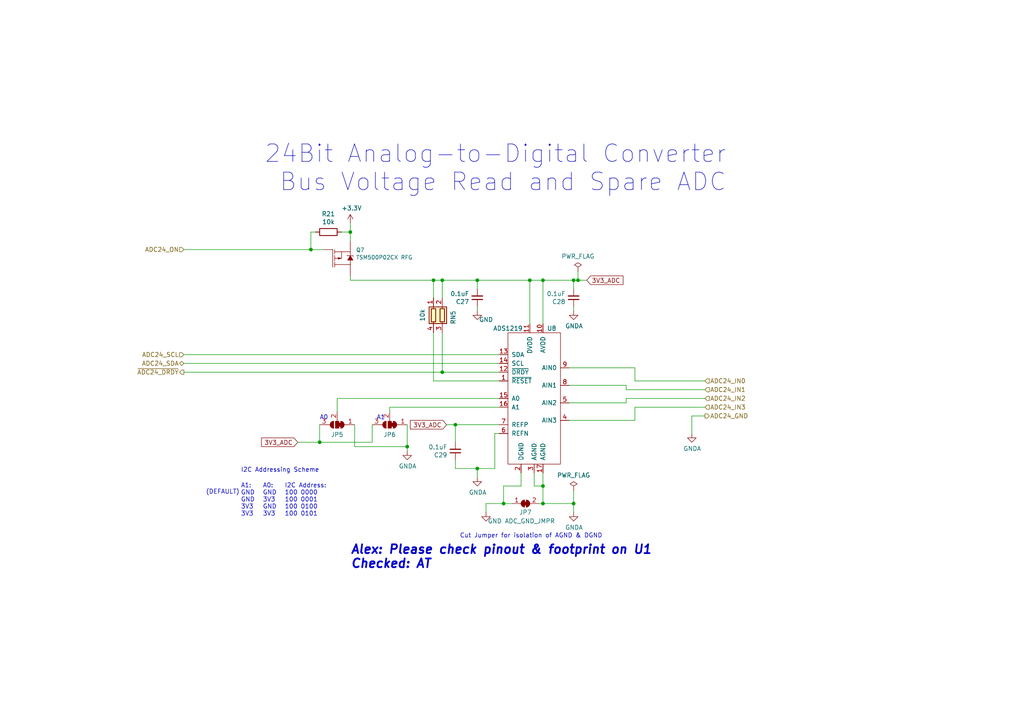
<source format=kicad_sch>
(kicad_sch (version 20230121) (generator eeschema)
  (paper "A4")
  (title_block (title "LCP Controller ") (date "2024-07-22") (rev "0.4") (company "NOAA Pacific Marine Environmental Laboratory") (comment 1 "https://github.com/PaulZC/Artemis_Global_Tracker") (comment 2 "Based on Paul Clark's Sparkfun Artemis Global Tracker") (comment 3 "Current Design Updated by: Joseph Kurina") (comment 4 "Current design by: Matt Casari") (comment 5 "Current design modified by: Basharat Martin") (comment 6 "Current Design Updated by: Joseph Kurina"))
  (lib_symbols
    (symbol "Device:C_Small" (pin_numbers hide) (pin_names (offset 0.254) hide)
      (property "Reference" "C" (at 0.254 1.778 0))
      (property "Value" "C_Small" (at 0.254 -2.032 0))
      (symbol "C_Small_0_1"
        (polyline (pts (xy -1.524 -0.508) (xy 1.524 -0.508)) (stroke (width 0.3302)))
        (polyline (pts (xy -1.524 0.508) (xy 1.524 0.508)) (stroke (width 0.3048)))
      )
      (symbol "C_Small_1_1"
        (pin passive line (at 0 2.54 270) (length 2.032) (name "~") (number "1"))
        (pin passive line (at 0 -2.54 90) (length 2.032) (name "~") (number "2"))
      )
    )
    (symbol "Device:R" (pin_numbers hide) (pin_names (offset 0))
      (property "Reference" "R" (at 2.032 0 90))
      (property "Value" "R" (at 0 0 90))
      (symbol "R_0_1"
        (rectangle (start -1.016 -2.54) (end 1.016 2.54) (stroke (width 0.254)))
      )
      (symbol "R_1_1"
        (pin passive line (at 0 3.81 270) (length 1.27) (name "~") (number "1"))
        (pin passive line (at 0 -3.81 90) (length 1.27) (name "~") (number "2"))
      )
    )
    (symbol "Device:R_Pack02" (pin_names (offset 0) hide)
      (property "Reference" "RN" (at -5.08 0 90))
      (property "Value" "R_Pack02" (at 2.54 0 90))
      (symbol "R_Pack02_0_1"
        (rectangle (start -3.81 -2.413) (end 1.27 2.413) (stroke (width 0.254)) (fill (type background)))
        (rectangle (start -3.175 1.905) (end -1.905 -1.905) (stroke (width 0.254)))
        (rectangle (start -0.635 1.905) (end 0.635 -1.905) (stroke (width 0.254)))
        (polyline (pts (xy -2.54 -2.54) (xy -2.54 -1.905)))
        (polyline (pts (xy -2.54 1.905) (xy -2.54 2.54)))
        (polyline (pts (xy 0 -2.54) (xy 0 -1.905)))
        (polyline (pts (xy 0 1.905) (xy 0 2.54)))
      )
      (symbol "R_Pack02_1_1"
        (pin passive line (at -2.54 -5.08 90) (length 2.54) (name "R1.1") (number "1"))
        (pin passive line (at 0 -5.08 90) (length 2.54) (name "R2.1") (number "2"))
        (pin passive line (at 0 5.08 270) (length 2.54) (name "R2.2") (number "3"))
        (pin passive line (at -2.54 5.08 270) (length 2.54) (name "R1.2") (number "4"))
      )
    )
    (symbol "Jumper:SolderJumper_2_Bridged" (pin_names (offset 0) hide)
      (property "Reference" "JP" (at 0 2.032 0))
      (property "Value" "SolderJumper_2_Bridged" (at 0 -2.54 0))
      (symbol "SolderJumper_2_Bridged_0_1"
        (rectangle (start -0.508 0.508) (end 0.508 -0.508) (fill (type outline)))
        (arc (start -0.254 1.016) (mid -1.2656 0) (end -0.254 -1.016))
        (arc (start -0.254 1.016) (mid -1.2656 0) (end -0.254 -1.016) (fill (type outline)))
        (polyline (pts (xy -0.254 1.016) (xy -0.254 -1.016)))
        (polyline (pts (xy 0.254 1.016) (xy 0.254 -1.016)))
        (arc (start 0.254 -1.016) (mid 1.2656 0) (end 0.254 1.016))
        (arc (start 0.254 -1.016) (mid 1.2656 0) (end 0.254 1.016) (fill (type outline)))
      )
      (symbol "SolderJumper_2_Bridged_1_1"
        (pin passive line (at -3.81 0 0) (length 2.54) (name "A") (number "1"))
        (pin passive line (at 3.81 0 180) (length 2.54) (name "B") (number "2"))
      )
    )
    (symbol "Jumper:SolderJumper_3_Bridged12" (pin_names (offset 0) hide)
      (property "Reference" "JP" (at -2.54 -2.54 0))
      (property "Value" "SolderJumper_3_Bridged12" (at 0 2.794 0))
      (symbol "SolderJumper_3_Bridged12_0_1"
        (rectangle (start -1.016 0.508) (end -0.508 -0.508) (fill (type outline)))
        (arc (start -1.016 1.016) (mid -2.0276 0) (end -1.016 -1.016))
        (arc (start -1.016 1.016) (mid -2.0276 0) (end -1.016 -1.016) (fill (type outline)))
        (rectangle (start -0.508 1.016) (end 0.508 -1.016) (fill (type outline)))
        (polyline (pts (xy -2.54 0) (xy -2.032 0)))
        (polyline (pts (xy -1.016 1.016) (xy -1.016 -1.016)))
        (polyline (pts (xy 0 -1.27) (xy 0 -1.016)))
        (polyline (pts (xy 1.016 1.016) (xy 1.016 -1.016)))
        (polyline (pts (xy 2.54 0) (xy 2.032 0)))
        (arc (start 1.016 -1.016) (mid 2.0276 0) (end 1.016 1.016))
        (arc (start 1.016 -1.016) (mid 2.0276 0) (end 1.016 1.016) (fill (type outline)))
      )
      (symbol "SolderJumper_3_Bridged12_1_1"
        (pin passive line (at -5.08 0 0) (length 2.54) (name "A") (number "1"))
        (pin passive line (at 0 -3.81 90) (length 2.54) (name "C") (number "2"))
        (pin passive line (at 5.08 0 180) (length 2.54) (name "B") (number "3"))
      )
    )
    (symbol "PMEL_ADC:ADS1219" (pin_names (offset 1.016))
      (property "Reference" "U" (at 5.08 19.05 0))
      (property "Value" "ADS1219" (at 7.62 -21.59 0))
      (symbol "ADS1219_0_0"
        (pin input line (at -10.16 3.81 0) (length 2.54) (name "~{RESET}") (number "1"))
        (pin power_in line (at 2.54 20.32 270) (length 2.54) (name "AVDD") (number "10"))
        (pin power_in line (at -1.27 20.32 270) (length 2.54) (name "DVDD") (number "11"))
        (pin open_collector line (at -10.16 6.35 0) (length 2.54) (name "~{DRDY}") (number "12"))
        (pin bidirectional line (at -10.16 11.43 0) (length 2.54) (name "SDA") (number "13"))
        (pin input line (at -10.16 8.89 0) (length 2.54) (name "SCL") (number "14"))
        (pin passive line (at -10.16 -1.27 0) (length 2.54) (name "A0") (number "15"))
        (pin passive line (at -10.16 -3.81 0) (length 2.54) (name "A1") (number "16"))
        (pin power_in line (at 2.54 -22.86 90) (length 2.54) (name "AGND") (number "17"))
        (pin power_in line (at -3.81 -22.86 90) (length 2.54) (name "DGND") (number "2"))
        (pin power_in line (at 0 -22.86 90) (length 2.54) (name "AGND") (number "3"))
        (pin input line (at 10.16 -7.62 180) (length 2.54) (name "AIN3") (number "4"))
        (pin input line (at 10.16 -2.54 180) (length 2.54) (name "AIN2") (number "5"))
        (pin power_in line (at -10.16 -11.43 0) (length 2.54) (name "REFN") (number "6"))
        (pin power_in line (at -10.16 -8.89 0) (length 2.54) (name "REFP") (number "7"))
        (pin input line (at 10.16 2.54 180) (length 2.54) (name "AIN1") (number "8"))
        (pin input line (at 10.16 7.62 180) (length 2.54) (name "AIN0") (number "9"))
      )
      (symbol "ADS1219_0_1"
        (rectangle (start -7.62 17.78) (end 7.62 -20.32))
      )
    )
    (symbol "SparkFun-DiscreteSemi:MOSFET_PCH-DMG2307L" (pin_numbers hide) (pin_names (offset 1.016) hide)
      (property "Reference" "Q" (at 3.81 3.81 0))
      (property "Value" "MOSFET_PCH-DMG2307L" (at 3.81 -5.08 0))
      (property "Field4" "TRANS-11308" (at 0 7.62 0))
      (symbol "MOSFET_PCH-DMG2307L_1_0"
        (polyline (pts (xy -2.54 -2.54) (xy -2.54 2.54)))
        (polyline (pts (xy -1.9812 -1.905) (xy -1.9812 -2.54)))
        (polyline (pts (xy -1.9812 -1.905) (xy 0 -1.905)))
        (polyline (pts (xy -1.9812 -1.2954) (xy -1.9812 -1.905)))
        (polyline (pts (xy -1.9812 0) (xy -1.9812 -0.8382)))
        (polyline (pts (xy -1.9812 0.6858) (xy -1.9812 0)))
        (polyline (pts (xy -1.9812 1.8034) (xy -1.9812 1.0922)))
        (polyline (pts (xy -1.9812 1.8034) (xy 2.54 1.8034)))
        (polyline (pts (xy -1.9812 2.54) (xy -1.9812 1.8034)))
        (polyline (pts (xy 0 -1.905) (xy 0 0)))
        (polyline (pts (xy 0 0) (xy -1.9812 0)))
        (polyline (pts (xy 1.778 -0.762) (xy 1.6002 -0.9398)))
        (polyline (pts (xy 1.778 -0.762) (xy 3.302 -0.762)))
        (polyline (pts (xy 2.54 -2.54) (xy 2.54 -1.905)))
        (polyline (pts (xy 2.54 -1.905) (xy 0 -1.905)))
        (polyline (pts (xy 2.54 -1.905) (xy 2.54 -0.7874)))
        (polyline (pts (xy 2.54 1.8034) (xy 2.54 0.5842)))
        (polyline (pts (xy 2.54 2.54) (xy 2.54 1.8034)))
        (polyline (pts (xy 3.4798 -0.5842) (xy 3.302 -0.762)))
      )
      (symbol "MOSFET_PCH-DMG2307L_1_1"
        (polyline (pts (xy -0.1778 0) (xy -0.9398 -0.254) (xy -0.9398 -0.254) (xy -0.9398 0.254) (xy -0.9398 0.254) (xy -0.1778 0)) (fill (type outline)))
        (polyline (pts (xy 3.302 0.508) (xy 2.54 -0.762) (xy 2.54 -0.762) (xy 1.778 0.508) (xy 1.778 0.508) (xy 3.302 0.508)) (fill (type outline)))
        (pin bidirectional line (at -5.08 -2.54 0) (length 2.54) (name "G") (number "1"))
        (pin bidirectional line (at 2.54 -5.08 90) (length 2.54) (name "S") (number "2"))
        (pin bidirectional line (at 2.54 5.08 270) (length 2.54) (name "D") (number "3"))
      )
    )
    (symbol "power:+3.3V" (power) (pin_names (offset 0))
      (property "Value" "+3.3V" (at 0 3.556 0))
      (symbol "+3.3V_0_1"
        (polyline (pts (xy -0.762 1.27) (xy 0 2.54)))
        (polyline (pts (xy 0 0) (xy 0 2.54)))
        (polyline (pts (xy 0 2.54) (xy 0.762 1.27)))
      )
      (symbol "+3.3V_1_1"
        (pin power_in line (at 0 0 90) (length 0) hide (name "+3.3V") (number "1"))
      )
    )
    (symbol "power:GND" (power) (pin_names (offset 0))
      (property "Value" "GND" (at 0 -3.81 0))
      (symbol "GND_0_1"
        (polyline (pts (xy 0 0) (xy 0 -1.27) (xy 1.27 -1.27) (xy 0 -2.54) (xy -1.27 -1.27) (xy 0 -1.27)))
      )
      (symbol "GND_1_1"
        (pin power_in line (at 0 0 270) (length 0) hide (name "GND") (number "1"))
      )
    )
    (symbol "power:GNDA" (power) (pin_names (offset 0))
      (property "Value" "GNDA" (at 0 -3.81 0))
      (symbol "GNDA_0_1"
        (polyline (pts (xy 0 0) (xy 0 -1.27) (xy 1.27 -1.27) (xy 0 -2.54) (xy -1.27 -1.27) (xy 0 -1.27)))
      )
      (symbol "GNDA_1_1"
        (pin power_in line (at 0 0 270) (length 0) hide (name "GNDA") (number "1"))
      )
    )
    (symbol "power:PWR_FLAG" (power) (pin_numbers hide) (pin_names (offset 0) hide)
      (property "Value" "PWR_FLAG" (at 0 3.81 0))
      (symbol "PWR_FLAG_0_0"
        (pin power_out line (at 0 0 90) (length 0) (name "pwr") (number "1"))
      )
      (symbol "PWR_FLAG_0_1"
        (polyline (pts (xy 0 0) (xy 0 1.27) (xy -1.016 1.905) (xy 0 2.54) (xy 1.016 1.905) (xy 0 1.27)))
      )
    )
  )
  (junction (at 90.17 72.39))
  (junction (at 101.6 67.31))
  (junction (at 157.48 81.28))
  (junction (at 125.73 81.28))
  (junction (at 166.37 146.05))
  (junction (at 92.71 128.27))
  (junction (at 167.64 81.28))
  (junction (at 166.37 81.28))
  (junction (at 157.48 140.97))
  (junction (at 138.43 81.28))
  (junction (at 157.48 146.05))
  (junction (at 146.05 146.05))
  (junction (at 128.27 81.28))
  (junction (at 128.27 107.95))
  (junction (at 118.11 129.54))
  (junction (at 132.08 123.19))
  (junction (at 138.43 135.89))
  (junction (at 153.67 81.28))
  (wire (pts (xy 132.08 123.19) (xy 144.78 123.19)))
  (wire (pts (xy 181.61 113.03) (xy 181.61 111.76)))
  (wire (pts (xy 128.27 81.28) (xy 138.43 81.28)))
  (wire (pts (xy 166.37 90.17) (xy 166.37 88.9)))
  (wire (pts (xy 99.06 67.31) (xy 101.6 67.31)))
  (wire (pts (xy 146.05 146.05) (xy 140.97 146.05)))
  (wire (pts (xy 102.87 129.54) (xy 118.11 129.54)))
  (wire (pts (xy 184.15 110.49) (xy 204.47 110.49)))
  (wire (pts (xy 166.37 142.24) (xy 166.37 146.05)))
  (wire (pts (xy 143.51 125.73) (xy 143.51 135.89)))
  (wire (pts (xy 157.48 146.05) (xy 157.48 140.97)))
  (wire (pts (xy 157.48 140.97) (xy 157.48 137.16)))
  (wire (pts (xy 184.15 121.92) (xy 184.15 118.11)))
  (wire (pts (xy 166.37 146.05) (xy 166.37 148.59)))
  (wire (pts (xy 113.03 119.38) (xy 113.03 118.11)))
  (wire (pts (xy 165.1 121.92) (xy 184.15 121.92)))
  (wire (pts (xy 204.47 120.65) (xy 200.66 120.65)))
  (wire (pts (xy 101.6 67.31) (xy 101.6 69.85)))
  (wire (pts (xy 53.34 72.39) (xy 90.17 72.39)))
  (wire (pts (xy 151.13 140.97) (xy 146.05 140.97)))
  (wire (pts (xy 128.27 107.95) (xy 144.78 107.95)))
  (wire (pts (xy 156.21 146.05) (xy 157.48 146.05)))
  (wire (pts (xy 138.43 135.89) (xy 138.43 138.43)))
  (wire (pts (xy 128.27 81.28) (xy 128.27 86.36)))
  (wire (pts (xy 125.73 81.28) (xy 128.27 81.28)))
  (wire (pts (xy 138.43 81.28) (xy 153.67 81.28)))
  (wire (pts (xy 113.03 118.11) (xy 144.78 118.11)))
  (wire (pts (xy 101.6 81.28) (xy 125.73 81.28)))
  (wire (pts (xy 97.79 115.57) (xy 97.79 119.38)))
  (wire (pts (xy 107.95 128.27) (xy 107.95 123.19)))
  (wire (pts (xy 146.05 140.97) (xy 146.05 146.05)))
  (wire (pts (xy 86.36 128.27) (xy 92.71 128.27)))
  (wire (pts (xy 157.48 81.28) (xy 166.37 81.28)))
  (wire (pts (xy 181.61 116.84) (xy 181.61 115.57)))
  (wire (pts (xy 167.64 81.28) (xy 170.18 81.28)))
  (wire (pts (xy 101.6 81.28) (xy 101.6 80.01)))
  (wire (pts (xy 153.67 81.28) (xy 157.48 81.28)))
  (wire (pts (xy 184.15 106.68) (xy 184.15 110.49)))
  (wire (pts (xy 157.48 93.98) (xy 157.48 81.28)))
  (wire (pts (xy 146.05 146.05) (xy 148.59 146.05)))
  (wire (pts (xy 140.97 146.05) (xy 140.97 148.59)))
  (wire (pts (xy 125.73 96.52) (xy 125.73 110.49)))
  (wire (pts (xy 53.34 102.87) (xy 144.78 102.87)))
  (wire (pts (xy 90.17 67.31) (xy 91.44 67.31)))
  (wire (pts (xy 153.67 93.98) (xy 153.67 81.28)))
  (wire (pts (xy 128.27 96.52) (xy 128.27 107.95)))
  (wire (pts (xy 92.71 128.27) (xy 107.95 128.27)))
  (wire (pts (xy 165.1 116.84) (xy 181.61 116.84)))
  (wire (pts (xy 92.71 123.19) (xy 92.71 128.27)))
  (wire (pts (xy 165.1 106.68) (xy 184.15 106.68)))
  (wire (pts (xy 138.43 88.9) (xy 138.43 90.17)))
  (wire (pts (xy 118.11 129.54) (xy 118.11 123.19)))
  (wire (pts (xy 200.66 120.65) (xy 200.66 125.73)))
  (wire (pts (xy 138.43 135.89) (xy 143.51 135.89)))
  (wire (pts (xy 166.37 81.28) (xy 167.64 81.28)))
  (wire (pts (xy 101.6 64.77) (xy 101.6 67.31)))
  (wire (pts (xy 181.61 111.76) (xy 165.1 111.76)))
  (wire (pts (xy 181.61 113.03) (xy 204.47 113.03)))
  (wire (pts (xy 93.98 72.39) (xy 90.17 72.39)))
  (wire (pts (xy 154.94 140.97) (xy 157.48 140.97)))
  (wire (pts (xy 102.87 123.19) (xy 102.87 129.54)))
  (wire (pts (xy 132.08 135.89) (xy 138.43 135.89)))
  (wire (pts (xy 118.11 130.81) (xy 118.11 129.54)))
  (wire (pts (xy 144.78 115.57) (xy 97.79 115.57)))
  (wire (pts (xy 144.78 125.73) (xy 143.51 125.73)))
  (wire (pts (xy 167.64 78.74) (xy 167.64 81.28)))
  (wire (pts (xy 181.61 115.57) (xy 204.47 115.57)))
  (wire (pts (xy 53.34 107.95) (xy 128.27 107.95)))
  (wire (pts (xy 125.73 110.49) (xy 144.78 110.49)))
  (wire (pts (xy 125.73 86.36) (xy 125.73 81.28)))
  (wire (pts (xy 53.34 105.41) (xy 144.78 105.41)))
  (wire (pts (xy 90.17 72.39) (xy 90.17 67.31)))
  (wire (pts (xy 151.13 137.16) (xy 151.13 140.97)))
  (wire (pts (xy 154.94 137.16) (xy 154.94 140.97)))
  (wire (pts (xy 132.08 123.19) (xy 132.08 128.27)))
  (wire (pts (xy 132.08 133.35) (xy 132.08 135.89)))
  (wire (pts (xy 129.54 123.19) (xy 132.08 123.19)))
  (wire (pts (xy 166.37 83.82) (xy 166.37 81.28)))
  (wire (pts (xy 184.15 118.11) (xy 204.47 118.11)))
  (wire (pts (xy 157.48 146.05) (xy 166.37 146.05)))
  (wire (pts (xy 138.43 81.28) (xy 138.43 83.82)))
  (text "24Bit Analog-to-Digital Converter\nBus Voltage Read and Spare ADC" (at 210.82 55.88 0) (effects (font (size 5.08 5.08)) (justify right bottom)))
  (text "Alex: Please check pinout & footprint on U1\nChecked: AT\n" (at 101.6 165.1 0) (effects (font (size 2.54 2.54) (thickness 0.508) bold italic) (justify left bottom)))
  (text "A0" (at 92.71 121.92 0) (effects (font (size 1.27 1.27)) (justify left bottom)))
  (text "A1:\nGND\nGND\n3V3\n3V3" (at 69.85 149.86 0) (effects (font (size 1.27 1.27)) (justify left bottom)))
  (text "A0:\nGND\n3V3\nGND\n3V3" (at 76.2 149.86 0) (effects (font (size 1.27 1.27)) (justify left bottom)))
  (text "I2C Addressing Scheme" (at 69.85 137.16 0) (effects (font (size 1.27 1.27)) (justify left bottom)))
  (text "(DEFAULT)" (at 59.69 143.51 0) (effects (font (size 1.27 1.27)) (justify left bottom)))
  (text "I2C Address:\n100 0000\n100 0001\n100 0100\n100 0101" (at 82.55 149.86 0) (effects (font (size 1.27 1.27)) (justify left bottom)))
  (text "A1" (at 109.22 121.92 0) (effects (font (size 1.27 1.27)) (justify left bottom)))
  (text "Cut Jumper for isolation of AGND & DGND" (at 133.35 156.21 0) (effects (font (size 1.27 1.27)) (justify left bottom)))
  (global_label "3V3_ADC" (shape input) (at 86.36 128.27 180) (property "Intersheetrefs" "${INTERSHEET_REFS}" (effects hide)))
  (global_label "3V3_ADC" (shape input) (at 129.54 123.19 180) (property "Intersheetrefs" "${INTERSHEET_REFS}" (effects hide)))
  (global_label "3V3_ADC" (shape input) (at 170.18 81.28 0) (property "Intersheetrefs" "${INTERSHEET_REFS}" (effects hide)))
  (hierarchical_label "ADC24_SCL" (shape input) (at 53.34 102.87 180))
  (hierarchical_label "ADC24_ON" (shape input) (at 53.34 72.39 180))
  (hierarchical_label "ADC24_GND" (shape output) (at 204.47 120.65 0))
  (hierarchical_label "ADC24_IN1" (shape input) (at 204.47 113.03 0))
  (hierarchical_label "~{ADC24_DRDY}" (shape output) (at 53.34 107.95 180))
  (hierarchical_label "ADC24_IN0" (shape input) (at 204.47 110.49 0))
  (hierarchical_label "ADC24_SDA" (shape bidirectional) (at 53.34 105.41 180))
  (hierarchical_label "ADC24_IN3" (shape input) (at 204.47 118.11 0))
  (hierarchical_label "ADC24_IN2" (shape input) (at 204.47 115.57 0))
  (symbol (lib_id "PMEL_ADC:ADS1219") (at 154.94 114.3 0) (unit 1)
    (property "Reference" "U8" (at 160.02 95.25 0))
    (property "Value" "ADS1219" (at 147.32 95.25 0))
    (property "Footprint" "Package_DFN_QFN:TQFN-16-1EP_3x3mm_P0.5mm_EP1.23x1.23mm" (effects hide))
    (property "Datasheet" "https://www.ti.com/lit/ds/symlink/ads1219.pdf?ts=1591017919738" (effects hide))
    (property "MPN" "ADS1219IRTET" (effects hide))
  )
  (symbol (lib_id "Jumper:SolderJumper_2_Bridged") (at 152.4 146.05 0) (unit 1)
    (property "Reference" "JP7" (at 152.4 148.59 0))
    (property "Value" "ADC_GND_JMPR" (at 153.67 151.13 0))
    (property "Footprint" "Jumper:SolderJumper-2_P1.3mm_Bridged_RoundedPad1.0x1.5mm" (effects hide))
  )
  (symbol (lib_id "power:GND") (at 140.97 148.59 0) (unit 1)
    (property "Reference" "#PWR067" (effects hide))
    (property "Value" "GND" (at 143.51 151.13 0))
  )
  (symbol (lib_id "power:GNDA") (at 166.37 148.59 0) (unit 1)
    (property "Reference" "#PWR068" (effects hide))
    (property "Value" "GNDA" (at 166.497 152.9842 0))
  )
  (symbol (lib_id "Device:C_Small") (at 138.43 86.36 180) (unit 1)
    (property "Reference" "C27" (at 136.0932 87.5284 0) (effects (justify left)))
    (property "Value" "0.1uF" (at 136.0932 85.217 0) (effects (justify left)))
    (property "Footprint" "Capacitor_SMD:C_0805_2012Metric" (effects hide))
    (property "MPN" "885012207016" (effects hide))
  )
  (symbol (lib_id "Device:C_Small") (at 166.37 86.36 180) (unit 1)
    (property "Reference" "C28" (at 164.0332 87.5284 0) (effects (justify left)))
    (property "Value" "0.1uF" (at 164.0332 85.217 0) (effects (justify left)))
    (property "Footprint" "Capacitor_SMD:C_0805_2012Metric" (effects hide))
    (property "MPN" "885012207016" (effects hide))
  )
  (symbol (lib_id "power:GND") (at 138.43 90.17 0) (unit 1)
    (property "Reference" "#PWR062" (effects hide))
    (property "Value" "GND" (at 140.97 92.71 0))
  )
  (symbol (lib_id "power:GNDA") (at 166.37 90.17 0) (unit 1)
    (property "Reference" "#PWR063" (effects hide))
    (property "Value" "GNDA" (at 166.497 94.5642 0))
  )
  (symbol (lib_id "power:GNDA") (at 138.43 138.43 0) (unit 1)
    (property "Reference" "#PWR066" (effects hide))
    (property "Value" "GNDA" (at 138.557 142.8242 0))
  )
  (symbol (lib_id "Device:C_Small") (at 132.08 130.81 180) (unit 1)
    (property "Reference" "C29" (at 129.7432 131.9784 0) (effects (justify left)))
    (property "Value" "0.1uF" (at 129.7432 129.667 0) (effects (justify left)))
    (property "Footprint" "Capacitor_SMD:C_0805_2012Metric" (effects hide))
    (property "MPN" "885012207016" (effects hide))
  )
  (symbol (lib_id "SparkFun-DiscreteSemi:MOSFET_PCH-DMG2307L") (at 99.06 74.93 0) (mirror x) (unit 1)
    (property "Reference" "Q7" (at 103.251 72.517 0) (effects (font (size 1.143 1.143)) (justify left)))
    (property "Value" "TSM500P02CX RFG " (at 103.251 74.6506 0) (effects (font (size 1.143 1.143)) (justify left)))
    (property "Footprint" "Package_TO_SOT_SMD:SOT-23" (effects hide))
    (property "Datasheet" "https://www.mouser.com/datasheet/2/395/TSM500P02CX_B1811-1918968.pdf" (effects hide))
    (property "MPN" "TSM500P02CX RFG " (effects hide))
    (property "Field4" "TRANS-11308" (effects hide))
  )
  (symbol (lib_id "power:+3.3V") (at 101.6 64.77 0) (unit 1)
    (property "Reference" "#PWR061" (effects hide))
    (property "Value" "+3.3V" (at 101.981 60.3758 0))
  )
  (symbol (lib_id "Device:R") (at 95.25 67.31 270) (unit 1)
    (property "Reference" "R21" (at 95.25 62.0522 90))
    (property "Value" "10k" (at 95.25 64.3636 90))
    (property "Footprint" "Resistor_SMD:R_0805_2012Metric" (effects hide))
    (property "MPN" "ERA-6AEB103V" (effects hide))
  )
  (symbol (lib_id "Jumper:SolderJumper_3_Bridged12") (at 97.79 123.19 180) (unit 1)
    (property "Reference" "JP5" (at 97.79 126.0602 0))
    (property "Value" "SolderJumper_3_Bridged12" (effects hide))
    (property "Footprint" "Jumper:SolderJumper-3_P1.3mm_Bridged12_RoundedPad1.0x1.5mm_NumberLabels" (effects hide))
  )
  (symbol (lib_id "Jumper:SolderJumper_3_Bridged12") (at 113.03 123.19 180) (unit 1)
    (property "Reference" "JP6" (at 113.03 126.0602 0))
    (property "Value" "SolderJumper_3_Bridged12" (effects hide))
    (property "Footprint" "Jumper:SolderJumper-3_P1.3mm_Bridged12_RoundedPad1.0x1.5mm_NumberLabels" (effects hide))
  )
  (symbol (lib_id "power:GNDA") (at 118.11 130.81 0) (unit 1)
    (property "Reference" "#PWR065" (effects hide))
    (property "Value" "GNDA" (at 118.237 135.2042 0))
  )
  (symbol (lib_id "Device:R_Pack02") (at 128.27 91.44 0) (mirror x) (unit 1)
    (property "Reference" "RN5" (at 131.445 92.075 90))
    (property "Value" "10k" (at 122.5296 91.44 90))
    (property "Footprint" "Resistor_SMD:R_Array_Concave_2x0603" (effects hide))
    (property "MPN" "EXB-V4V103JV" (effects hide))
  )
  (symbol (lib_id "power:PWR_FLAG") (at 167.64 78.74 0) (unit 1)
    (property "Reference" "#FLG07" (effects hide))
    (property "Value" "PWR_FLAG" (at 167.64 74.3458 0))
  )
  (symbol (lib_id "power:GNDA") (at 200.66 125.73 0) (unit 1)
    (property "Reference" "#PWR064" (effects hide))
    (property "Value" "GNDA" (at 200.787 130.1242 0))
  )
  (symbol (lib_id "power:PWR_FLAG") (at 166.37 142.24 0) (unit 1)
    (property "Reference" "#FLG08" (effects hide))
    (property "Value" "PWR_FLAG" (at 166.37 137.8458 0))
  )
)
</source>
